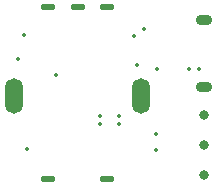
<source format=gbr>
%TF.GenerationSoftware,Altium Limited,Altium Designer,20.1.8 (145)*%
G04 Layer_Color=0*
%FSLAX45Y45*%
%MOMM*%
%TF.SameCoordinates,AEC8D2B5-E39B-42F7-8311-7958ED8C9E32*%
%TF.FilePolarity,Positive*%
%TF.FileFunction,Plated,1,2,PTH,Drill*%
%TF.Part,Single*%
G01*
G75*
%TA.AperFunction,ComponentDrill*%
%ADD55O,1.40000X0.90000*%
%ADD56C,0.80000*%
%ADD57O,1.50000X3.00000*%
%ADD58O,1.25000X0.50000*%
%TA.AperFunction,ViaDrill,NotFilled*%
%ADD59C,0.35000*%
D55*
X1748800Y849000D02*
D03*
Y1415000D02*
D03*
D56*
Y106680D02*
D03*
Y614680D02*
D03*
Y360680D02*
D03*
D57*
X1214500Y775500D02*
D03*
X139500D02*
D03*
D58*
X427000Y75500D02*
D03*
X927000D02*
D03*
X677000Y1525500D02*
D03*
X427000D02*
D03*
X927000D02*
D03*
D59*
X1181807Y1035220D02*
D03*
X1031233Y609063D02*
D03*
X863926D02*
D03*
Y536463D02*
D03*
X1031233D02*
D03*
X220982Y1292983D02*
D03*
X494816Y955040D02*
D03*
X170144Y1089600D02*
D03*
X246219Y322942D02*
D03*
X1344294Y317500D02*
D03*
Y449079D02*
D03*
X1703480Y1002000D02*
D03*
X1624656D02*
D03*
X1352243D02*
D03*
X1236980Y1346408D02*
D03*
X1156809Y1285894D02*
D03*
%TF.MD5,51af432d95b455cf718a8a2164f24798*%
M02*

</source>
